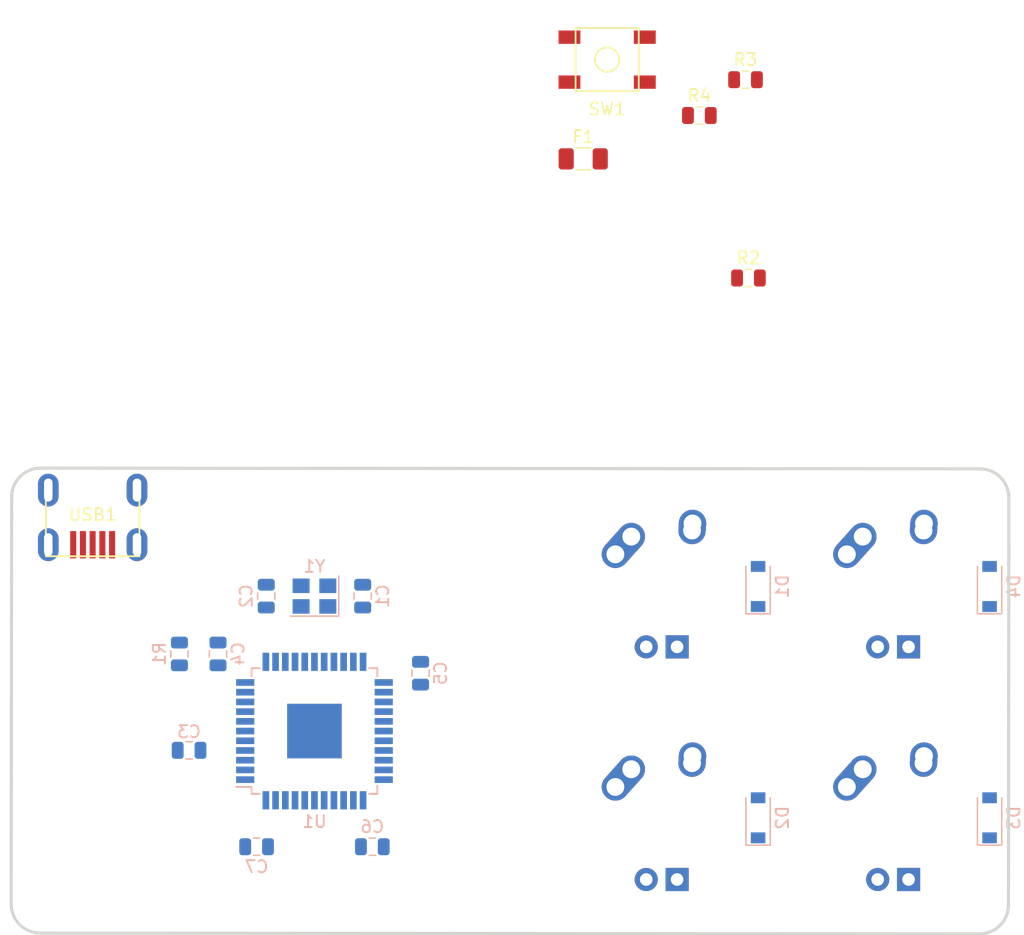
<source format=kicad_pcb>
(kicad_pcb (version 20171130) (host pcbnew "(5.1.4)-1")

  (general
    (thickness 1.6)
    (drawings 8)
    (tracks 0)
    (zones 0)
    (modules 24)
    (nets 49)
  )

  (page A4)
  (layers
    (0 F.Cu signal)
    (31 B.Cu signal)
    (32 B.Adhes user)
    (33 F.Adhes user)
    (34 B.Paste user)
    (35 F.Paste user)
    (36 B.SilkS user)
    (37 F.SilkS user)
    (38 B.Mask user)
    (39 F.Mask user)
    (40 Dwgs.User user)
    (41 Cmts.User user)
    (42 Eco1.User user)
    (43 Eco2.User user)
    (44 Edge.Cuts user)
    (45 Margin user)
    (46 B.CrtYd user)
    (47 F.CrtYd user)
    (48 B.Fab user)
    (49 F.Fab user)
  )

  (setup
    (last_trace_width 0.25)
    (trace_clearance 0.2)
    (zone_clearance 0.508)
    (zone_45_only no)
    (trace_min 0.2)
    (via_size 0.8)
    (via_drill 0.4)
    (via_min_size 0.4)
    (via_min_drill 0.3)
    (uvia_size 0.3)
    (uvia_drill 0.1)
    (uvias_allowed no)
    (uvia_min_size 0.2)
    (uvia_min_drill 0.1)
    (edge_width 0.05)
    (segment_width 0.2)
    (pcb_text_width 0.3)
    (pcb_text_size 1.5 1.5)
    (mod_edge_width 0.12)
    (mod_text_size 1 1)
    (mod_text_width 0.15)
    (pad_size 1.524 1.524)
    (pad_drill 0.762)
    (pad_to_mask_clearance 0.051)
    (solder_mask_min_width 0.25)
    (aux_axis_origin 0 0)
    (visible_elements FFFFFF7F)
    (pcbplotparams
      (layerselection 0x010fc_ffffffff)
      (usegerberextensions false)
      (usegerberattributes false)
      (usegerberadvancedattributes false)
      (creategerberjobfile false)
      (excludeedgelayer true)
      (linewidth 0.100000)
      (plotframeref false)
      (viasonmask false)
      (mode 1)
      (useauxorigin false)
      (hpglpennumber 1)
      (hpglpenspeed 20)
      (hpglpendiameter 15.000000)
      (psnegative false)
      (psa4output false)
      (plotreference true)
      (plotvalue true)
      (plotinvisibletext false)
      (padsonsilk false)
      (subtractmaskfromsilk false)
      (outputformat 1)
      (mirror false)
      (drillshape 1)
      (scaleselection 1)
      (outputdirectory ""))
  )

  (net 0 "")
  (net 1 GND)
  (net 2 +5V)
  (net 3 "Net-(C3-Pad1)")
  (net 4 "Net-(C4-Pad1)")
  (net 5 "Net-(C6-Pad1)")
  (net 6 "Net-(D1-Pad2)")
  (net 7 ROW0)
  (net 8 "Net-(D2-Pad2)")
  (net 9 ROW1)
  (net 10 "Net-(D3-Pad2)")
  (net 11 "Net-(D4-Pad2)")
  (net 12 VCC)
  (net 13 COL0)
  (net 14 COL1)
  (net 15 D-)
  (net 16 "Net-(R1-Pad1)")
  (net 17 D+)
  (net 18 "Net-(R2-Pad1)")
  (net 19 "Net-(R3-Pad2)")
  (net 20 "Net-(R4-Pad2)")
  (net 21 "Net-(U1-Pad42)")
  (net 22 "Net-(U1-Pad41)")
  (net 23 "Net-(U1-Pad40)")
  (net 24 "Net-(U1-Pad39)")
  (net 25 "Net-(U1-Pad38)")
  (net 26 "Net-(U1-Pad37)")
  (net 27 "Net-(U1-Pad36)")
  (net 28 "Net-(U1-Pad32)")
  (net 29 "Net-(U1-Pad31)")
  (net 30 "Net-(U1-Pad30)")
  (net 31 "Net-(U1-Pad29)")
  (net 32 "Net-(U1-Pad28)")
  (net 33 "Net-(U1-Pad27)")
  (net 34 "Net-(U1-Pad26)")
  (net 35 "Net-(U1-Pad25)")
  (net 36 "Net-(U1-Pad22)")
  (net 37 "Net-(U1-Pad21)")
  (net 38 "Net-(U1-Pad20)")
  (net 39 "Net-(U1-Pad19)")
  (net 40 "Net-(U1-Pad18)")
  (net 41 "Net-(U1-Pad12)")
  (net 42 "Net-(U1-Pad11)")
  (net 43 "Net-(U1-Pad10)")
  (net 44 "Net-(U1-Pad9)")
  (net 45 "Net-(U1-Pad8)")
  (net 46 "Net-(U1-Pad1)")
  (net 47 "Net-(USB1-Pad6)")
  (net 48 "Net-(USB1-Pad2)")

  (net_class Default "This is the default net class."
    (clearance 0.2)
    (trace_width 0.25)
    (via_dia 0.8)
    (via_drill 0.4)
    (uvia_dia 0.3)
    (uvia_drill 0.1)
    (add_net +5V)
    (add_net COL0)
    (add_net COL1)
    (add_net D+)
    (add_net D-)
    (add_net GND)
    (add_net "Net-(C3-Pad1)")
    (add_net "Net-(C4-Pad1)")
    (add_net "Net-(C6-Pad1)")
    (add_net "Net-(D1-Pad2)")
    (add_net "Net-(D2-Pad2)")
    (add_net "Net-(D3-Pad2)")
    (add_net "Net-(D4-Pad2)")
    (add_net "Net-(R1-Pad1)")
    (add_net "Net-(R2-Pad1)")
    (add_net "Net-(R3-Pad2)")
    (add_net "Net-(R4-Pad2)")
    (add_net "Net-(U1-Pad1)")
    (add_net "Net-(U1-Pad10)")
    (add_net "Net-(U1-Pad11)")
    (add_net "Net-(U1-Pad12)")
    (add_net "Net-(U1-Pad18)")
    (add_net "Net-(U1-Pad19)")
    (add_net "Net-(U1-Pad20)")
    (add_net "Net-(U1-Pad21)")
    (add_net "Net-(U1-Pad22)")
    (add_net "Net-(U1-Pad25)")
    (add_net "Net-(U1-Pad26)")
    (add_net "Net-(U1-Pad27)")
    (add_net "Net-(U1-Pad28)")
    (add_net "Net-(U1-Pad29)")
    (add_net "Net-(U1-Pad30)")
    (add_net "Net-(U1-Pad31)")
    (add_net "Net-(U1-Pad32)")
    (add_net "Net-(U1-Pad36)")
    (add_net "Net-(U1-Pad37)")
    (add_net "Net-(U1-Pad38)")
    (add_net "Net-(U1-Pad39)")
    (add_net "Net-(U1-Pad40)")
    (add_net "Net-(U1-Pad41)")
    (add_net "Net-(U1-Pad42)")
    (add_net "Net-(U1-Pad8)")
    (add_net "Net-(U1-Pad9)")
    (add_net "Net-(USB1-Pad2)")
    (add_net "Net-(USB1-Pad6)")
    (add_net ROW0)
    (add_net ROW1)
    (add_net VCC)
  )

  (module Crystal:Crystal_SMD_3225-4Pin_3.2x2.5mm (layer B.Cu) (tedit 5A0FD1B2) (tstamp 631460F4)
    (at 140.49375 145.25625 180)
    (descr "SMD Crystal SERIES SMD3225/4 http://www.txccrystal.com/images/pdf/7m-accuracy.pdf, 3.2x2.5mm^2 package")
    (tags "SMD SMT crystal")
    (path /631407F4)
    (attr smd)
    (fp_text reference Y1 (at 0 2.45) (layer B.SilkS)
      (effects (font (size 1 1) (thickness 0.15)) (justify mirror))
    )
    (fp_text value Crystal_GND24_Small (at 0 -2.45) (layer B.Fab)
      (effects (font (size 1 1) (thickness 0.15)) (justify mirror))
    )
    (fp_line (start 2.1 1.7) (end -2.1 1.7) (layer B.CrtYd) (width 0.05))
    (fp_line (start 2.1 -1.7) (end 2.1 1.7) (layer B.CrtYd) (width 0.05))
    (fp_line (start -2.1 -1.7) (end 2.1 -1.7) (layer B.CrtYd) (width 0.05))
    (fp_line (start -2.1 1.7) (end -2.1 -1.7) (layer B.CrtYd) (width 0.05))
    (fp_line (start -2 -1.65) (end 2 -1.65) (layer B.SilkS) (width 0.12))
    (fp_line (start -2 1.65) (end -2 -1.65) (layer B.SilkS) (width 0.12))
    (fp_line (start -1.6 -0.25) (end -0.6 -1.25) (layer B.Fab) (width 0.1))
    (fp_line (start 1.6 1.25) (end -1.6 1.25) (layer B.Fab) (width 0.1))
    (fp_line (start 1.6 -1.25) (end 1.6 1.25) (layer B.Fab) (width 0.1))
    (fp_line (start -1.6 -1.25) (end 1.6 -1.25) (layer B.Fab) (width 0.1))
    (fp_line (start -1.6 1.25) (end -1.6 -1.25) (layer B.Fab) (width 0.1))
    (fp_text user %R (at 0 0) (layer B.Fab)
      (effects (font (size 0.7 0.7) (thickness 0.105)) (justify mirror))
    )
    (pad 4 smd rect (at -1.1 0.85 180) (size 1.4 1.2) (layers B.Cu B.Paste B.Mask)
      (net 1 GND))
    (pad 3 smd rect (at 1.1 0.85 180) (size 1.4 1.2) (layers B.Cu B.Paste B.Mask)
      (net 4 "Net-(C4-Pad1)"))
    (pad 2 smd rect (at 1.1 -0.85 180) (size 1.4 1.2) (layers B.Cu B.Paste B.Mask)
      (net 1 GND))
    (pad 1 smd rect (at -1.1 -0.85 180) (size 1.4 1.2) (layers B.Cu B.Paste B.Mask)
      (net 3 "Net-(C3-Pad1)"))
    (model ${KISYS3DMOD}/Crystal.3dshapes/Crystal_SMD_3225-4Pin_3.2x2.5mm.wrl
      (at (xyz 0 0 0))
      (scale (xyz 1 1 1))
      (rotate (xyz 0 0 0))
    )
  )

  (module random-keyboard-parts:Molex-0548190589 (layer F.Cu) (tedit 5C494815) (tstamp 631460E0)
    (at 122.2375 136.525 270)
    (path /63153B7F)
    (attr smd)
    (fp_text reference USB1 (at 2.032 0) (layer F.SilkS)
      (effects (font (size 1 1) (thickness 0.15)))
    )
    (fp_text value Molex-0548190589 (at -5.08 0) (layer Dwgs.User)
      (effects (font (size 1 1) (thickness 0.15)))
    )
    (fp_text user %R (at 2 0) (layer F.CrtYd)
      (effects (font (size 1 1) (thickness 0.15)))
    )
    (fp_line (start 3.25 -1.25) (end 5.5 -1.25) (layer F.CrtYd) (width 0.15))
    (fp_line (start 5.5 -0.5) (end 3.25 -0.5) (layer F.CrtYd) (width 0.15))
    (fp_line (start 3.25 0.5) (end 5.5 0.5) (layer F.CrtYd) (width 0.15))
    (fp_line (start 5.5 1.25) (end 3.25 1.25) (layer F.CrtYd) (width 0.15))
    (fp_line (start 3.25 2) (end 5.5 2) (layer F.CrtYd) (width 0.15))
    (fp_line (start 3.25 -2) (end 3.25 2) (layer F.CrtYd) (width 0.15))
    (fp_line (start 5.5 -2) (end 3.25 -2) (layer F.CrtYd) (width 0.15))
    (fp_line (start -3.75 3.75) (end -3.75 -3.75) (layer F.CrtYd) (width 0.15))
    (fp_line (start 5.5 3.75) (end -3.75 3.75) (layer F.CrtYd) (width 0.15))
    (fp_line (start 5.5 -3.75) (end 5.5 3.75) (layer F.CrtYd) (width 0.15))
    (fp_line (start -3.75 -3.75) (end 5.5 -3.75) (layer F.CrtYd) (width 0.15))
    (fp_line (start 0 -3.85) (end 5.45 -3.85) (layer F.SilkS) (width 0.15))
    (fp_line (start 0 3.85) (end 5.45 3.85) (layer F.SilkS) (width 0.15))
    (fp_line (start 5.45 -3.85) (end 5.45 3.85) (layer F.SilkS) (width 0.15))
    (fp_line (start -3.75 -3.85) (end 0 -3.85) (layer Dwgs.User) (width 0.15))
    (fp_line (start -3.75 3.85) (end 0 3.85) (layer Dwgs.User) (width 0.15))
    (fp_line (start -1.75 -4.572) (end -1.75 4.572) (layer Dwgs.User) (width 0.15))
    (fp_line (start -3.75 -3.85) (end -3.75 3.85) (layer Dwgs.User) (width 0.15))
    (pad 6 thru_hole oval (at 0 -3.65 270) (size 2.7 1.7) (drill oval 1.9 0.7) (layers *.Cu *.Mask)
      (net 47 "Net-(USB1-Pad6)"))
    (pad 6 thru_hole oval (at 0 3.65 270) (size 2.7 1.7) (drill oval 1.9 0.7) (layers *.Cu *.Mask)
      (net 47 "Net-(USB1-Pad6)"))
    (pad 6 thru_hole oval (at 4.5 3.65 270) (size 2.7 1.7) (drill oval 1.9 0.7) (layers *.Cu *.Mask)
      (net 47 "Net-(USB1-Pad6)"))
    (pad 6 thru_hole oval (at 4.5 -3.65 270) (size 2.7 1.7) (drill oval 1.9 0.7) (layers *.Cu *.Mask)
      (net 47 "Net-(USB1-Pad6)"))
    (pad 5 smd rect (at 4.5 -1.6 270) (size 2.25 0.5) (layers F.Cu F.Paste F.Mask)
      (net 12 VCC))
    (pad 4 smd rect (at 4.5 -0.8 270) (size 2.25 0.5) (layers F.Cu F.Paste F.Mask)
      (net 15 D-))
    (pad 3 smd rect (at 4.5 0 270) (size 2.25 0.5) (layers F.Cu F.Paste F.Mask)
      (net 17 D+))
    (pad 2 smd rect (at 4.5 0.8 270) (size 2.25 0.5) (layers F.Cu F.Paste F.Mask)
      (net 48 "Net-(USB1-Pad2)"))
    (pad 1 smd rect (at 4.5 1.6 270) (size 2.25 0.5) (layers F.Cu F.Paste F.Mask)
      (net 1 GND))
  )

  (module Package_QFP:TQFP-44-1EP_10x10mm_P0.8mm_EP4.5x4.5mm (layer B.Cu) (tedit 5A65E73A) (tstamp 631460C0)
    (at 140.49375 156.36875)
    (descr "44-Lead Plastic Thin Quad Flatpack (MW) - 10x10x1.0 mm Body [TQFP] With 4.5x4.5 mm Exposed Pad (see Microchip Packaging Specification 00000049BS.pdf)")
    (tags "QFP 0.8")
    (path /6313D682)
    (attr smd)
    (fp_text reference U1 (at 0 7.45) (layer B.SilkS)
      (effects (font (size 1 1) (thickness 0.15)) (justify mirror))
    )
    (fp_text value ATmega32U4-AU (at 0 -7.45) (layer B.Fab)
      (effects (font (size 1 1) (thickness 0.15)) (justify mirror))
    )
    (fp_line (start -5.175 4.6) (end -6.45 4.6) (layer B.SilkS) (width 0.15))
    (fp_line (start 5.175 5.175) (end 4.5 5.175) (layer B.SilkS) (width 0.15))
    (fp_line (start 5.175 -5.175) (end 4.5 -5.175) (layer B.SilkS) (width 0.15))
    (fp_line (start -5.175 -5.175) (end -4.5 -5.175) (layer B.SilkS) (width 0.15))
    (fp_line (start -5.175 5.175) (end -4.5 5.175) (layer B.SilkS) (width 0.15))
    (fp_line (start -5.175 -5.175) (end -5.175 -4.5) (layer B.SilkS) (width 0.15))
    (fp_line (start 5.175 -5.175) (end 5.175 -4.5) (layer B.SilkS) (width 0.15))
    (fp_line (start 5.175 5.175) (end 5.175 4.5) (layer B.SilkS) (width 0.15))
    (fp_line (start -5.175 5.175) (end -5.175 4.6) (layer B.SilkS) (width 0.15))
    (fp_line (start -6.7 -6.7) (end 6.7 -6.7) (layer B.CrtYd) (width 0.05))
    (fp_line (start -6.7 6.7) (end 6.7 6.7) (layer B.CrtYd) (width 0.05))
    (fp_line (start 6.7 6.7) (end 6.7 -6.7) (layer B.CrtYd) (width 0.05))
    (fp_line (start -6.7 6.7) (end -6.7 -6.7) (layer B.CrtYd) (width 0.05))
    (fp_line (start -5 4) (end -4 5) (layer B.Fab) (width 0.15))
    (fp_line (start -5 -5) (end -5 4) (layer B.Fab) (width 0.15))
    (fp_line (start 5 -5) (end -5 -5) (layer B.Fab) (width 0.15))
    (fp_line (start 5 5) (end 5 -5) (layer B.Fab) (width 0.15))
    (fp_line (start -4 5) (end 5 5) (layer B.Fab) (width 0.15))
    (fp_text user %R (at 0 0) (layer B.Fab)
      (effects (font (size 1 1) (thickness 0.15)) (justify mirror))
    )
    (pad "" smd rect (at -1.5 -1.5) (size 1.16 1.16) (layers B.Paste))
    (pad "" smd rect (at 1.5 1.5) (size 1.16 1.16) (layers B.Paste))
    (pad "" smd rect (at -1.5 1.5) (size 1.16 1.16) (layers B.Paste))
    (pad "" smd rect (at 0 1.5) (size 1.16 1.16) (layers B.Paste))
    (pad "" smd rect (at -1.5 0) (size 1.16 1.16) (layers B.Paste))
    (pad "" smd rect (at 1.5 -1.5) (size 1.16 1.16) (layers B.Paste))
    (pad "" smd rect (at 0 -1.5) (size 1.16 1.16) (layers B.Paste))
    (pad "" smd rect (at 1.5 0) (size 1.16 1.16) (layers B.Paste))
    (pad "" smd rect (at 0 0) (size 1.16 1.16) (layers B.Paste))
    (pad 45 smd rect (at 0 0) (size 4.5 4.5) (layers B.Cu B.Mask))
    (pad 44 smd rect (at -4 5.7 270) (size 1.5 0.55) (layers B.Cu B.Paste B.Mask)
      (net 2 +5V))
    (pad 43 smd rect (at -3.2 5.7 270) (size 1.5 0.55) (layers B.Cu B.Paste B.Mask)
      (net 1 GND))
    (pad 42 smd rect (at -2.4 5.7 270) (size 1.5 0.55) (layers B.Cu B.Paste B.Mask)
      (net 21 "Net-(U1-Pad42)"))
    (pad 41 smd rect (at -1.6 5.7 270) (size 1.5 0.55) (layers B.Cu B.Paste B.Mask)
      (net 22 "Net-(U1-Pad41)"))
    (pad 40 smd rect (at -0.8 5.7 270) (size 1.5 0.55) (layers B.Cu B.Paste B.Mask)
      (net 23 "Net-(U1-Pad40)"))
    (pad 39 smd rect (at 0 5.7 270) (size 1.5 0.55) (layers B.Cu B.Paste B.Mask)
      (net 24 "Net-(U1-Pad39)"))
    (pad 38 smd rect (at 0.8 5.7 270) (size 1.5 0.55) (layers B.Cu B.Paste B.Mask)
      (net 25 "Net-(U1-Pad38)"))
    (pad 37 smd rect (at 1.6 5.7 270) (size 1.5 0.55) (layers B.Cu B.Paste B.Mask)
      (net 26 "Net-(U1-Pad37)"))
    (pad 36 smd rect (at 2.4 5.7 270) (size 1.5 0.55) (layers B.Cu B.Paste B.Mask)
      (net 27 "Net-(U1-Pad36)"))
    (pad 35 smd rect (at 3.2 5.7 270) (size 1.5 0.55) (layers B.Cu B.Paste B.Mask)
      (net 1 GND))
    (pad 34 smd rect (at 4 5.7 270) (size 1.5 0.55) (layers B.Cu B.Paste B.Mask)
      (net 2 +5V))
    (pad 33 smd rect (at 5.7 4) (size 1.5 0.55) (layers B.Cu B.Paste B.Mask)
      (net 20 "Net-(R4-Pad2)"))
    (pad 32 smd rect (at 5.7 3.2) (size 1.5 0.55) (layers B.Cu B.Paste B.Mask)
      (net 28 "Net-(U1-Pad32)"))
    (pad 31 smd rect (at 5.7 2.4) (size 1.5 0.55) (layers B.Cu B.Paste B.Mask)
      (net 29 "Net-(U1-Pad31)"))
    (pad 30 smd rect (at 5.7 1.6) (size 1.5 0.55) (layers B.Cu B.Paste B.Mask)
      (net 30 "Net-(U1-Pad30)"))
    (pad 29 smd rect (at 5.7 0.8) (size 1.5 0.55) (layers B.Cu B.Paste B.Mask)
      (net 31 "Net-(U1-Pad29)"))
    (pad 28 smd rect (at 5.7 0) (size 1.5 0.55) (layers B.Cu B.Paste B.Mask)
      (net 32 "Net-(U1-Pad28)"))
    (pad 27 smd rect (at 5.7 -0.8) (size 1.5 0.55) (layers B.Cu B.Paste B.Mask)
      (net 33 "Net-(U1-Pad27)"))
    (pad 26 smd rect (at 5.7 -1.6) (size 1.5 0.55) (layers B.Cu B.Paste B.Mask)
      (net 34 "Net-(U1-Pad26)"))
    (pad 25 smd rect (at 5.7 -2.4) (size 1.5 0.55) (layers B.Cu B.Paste B.Mask)
      (net 35 "Net-(U1-Pad25)"))
    (pad 24 smd rect (at 5.7 -3.2) (size 1.5 0.55) (layers B.Cu B.Paste B.Mask)
      (net 2 +5V))
    (pad 23 smd rect (at 5.7 -4) (size 1.5 0.55) (layers B.Cu B.Paste B.Mask)
      (net 1 GND))
    (pad 22 smd rect (at 4 -5.7 270) (size 1.5 0.55) (layers B.Cu B.Paste B.Mask)
      (net 36 "Net-(U1-Pad22)"))
    (pad 21 smd rect (at 3.2 -5.7 270) (size 1.5 0.55) (layers B.Cu B.Paste B.Mask)
      (net 37 "Net-(U1-Pad21)"))
    (pad 20 smd rect (at 2.4 -5.7 270) (size 1.5 0.55) (layers B.Cu B.Paste B.Mask)
      (net 38 "Net-(U1-Pad20)"))
    (pad 19 smd rect (at 1.6 -5.7 270) (size 1.5 0.55) (layers B.Cu B.Paste B.Mask)
      (net 39 "Net-(U1-Pad19)"))
    (pad 18 smd rect (at 0.8 -5.7 270) (size 1.5 0.55) (layers B.Cu B.Paste B.Mask)
      (net 40 "Net-(U1-Pad18)"))
    (pad 17 smd rect (at 0 -5.7 270) (size 1.5 0.55) (layers B.Cu B.Paste B.Mask)
      (net 3 "Net-(C3-Pad1)"))
    (pad 16 smd rect (at -0.8 -5.7 270) (size 1.5 0.55) (layers B.Cu B.Paste B.Mask)
      (net 4 "Net-(C4-Pad1)"))
    (pad 15 smd rect (at -1.6 -5.7 270) (size 1.5 0.55) (layers B.Cu B.Paste B.Mask)
      (net 1 GND))
    (pad 14 smd rect (at -2.4 -5.7 270) (size 1.5 0.55) (layers B.Cu B.Paste B.Mask)
      (net 2 +5V))
    (pad 13 smd rect (at -3.2 -5.7 270) (size 1.5 0.55) (layers B.Cu B.Paste B.Mask)
      (net 19 "Net-(R3-Pad2)"))
    (pad 12 smd rect (at -4 -5.7 270) (size 1.5 0.55) (layers B.Cu B.Paste B.Mask)
      (net 41 "Net-(U1-Pad12)"))
    (pad 11 smd rect (at -5.7 -4) (size 1.5 0.55) (layers B.Cu B.Paste B.Mask)
      (net 42 "Net-(U1-Pad11)"))
    (pad 10 smd rect (at -5.7 -3.2) (size 1.5 0.55) (layers B.Cu B.Paste B.Mask)
      (net 43 "Net-(U1-Pad10)"))
    (pad 9 smd rect (at -5.7 -2.4) (size 1.5 0.55) (layers B.Cu B.Paste B.Mask)
      (net 44 "Net-(U1-Pad9)"))
    (pad 8 smd rect (at -5.7 -1.6) (size 1.5 0.55) (layers B.Cu B.Paste B.Mask)
      (net 45 "Net-(U1-Pad8)"))
    (pad 7 smd rect (at -5.7 -0.8) (size 1.5 0.55) (layers B.Cu B.Paste B.Mask)
      (net 2 +5V))
    (pad 6 smd rect (at -5.7 0) (size 1.5 0.55) (layers B.Cu B.Paste B.Mask)
      (net 5 "Net-(C6-Pad1)"))
    (pad 5 smd rect (at -5.7 0.8) (size 1.5 0.55) (layers B.Cu B.Paste B.Mask)
      (net 1 GND))
    (pad 4 smd rect (at -5.7 1.6) (size 1.5 0.55) (layers B.Cu B.Paste B.Mask)
      (net 18 "Net-(R2-Pad1)"))
    (pad 3 smd rect (at -5.7 2.4) (size 1.5 0.55) (layers B.Cu B.Paste B.Mask)
      (net 16 "Net-(R1-Pad1)"))
    (pad 2 smd rect (at -5.7 3.2) (size 1.5 0.55) (layers B.Cu B.Paste B.Mask)
      (net 2 +5V))
    (pad 1 smd rect (at -5.7 4) (size 1.5 0.55) (layers B.Cu B.Paste B.Mask)
      (net 46 "Net-(U1-Pad1)"))
    (model ${KISYS3DMOD}/Package_QFP.3dshapes/TQFP-44-1EP_10x10mm_P0.8mm_EP4.5x4.5mm.wrl
      (at (xyz 0 0 0))
      (scale (xyz 1 1 1))
      (rotate (xyz 0 0 0))
    )
  )

  (module random-keyboard-parts:SKQG-1155865 (layer F.Cu) (tedit 5E62B398) (tstamp 63146073)
    (at 164.58125 101.08125)
    (path /6314972F)
    (attr smd)
    (fp_text reference SW1 (at 0 4.064) (layer F.SilkS)
      (effects (font (size 1 1) (thickness 0.15)))
    )
    (fp_text value SW_Push (at 0 -4.064) (layer F.Fab)
      (effects (font (size 1 1) (thickness 0.15)))
    )
    (fp_line (start -2.6 -2.6) (end 2.6 -2.6) (layer F.SilkS) (width 0.15))
    (fp_line (start 2.6 -2.6) (end 2.6 2.6) (layer F.SilkS) (width 0.15))
    (fp_line (start 2.6 2.6) (end -2.6 2.6) (layer F.SilkS) (width 0.15))
    (fp_line (start -2.6 2.6) (end -2.6 -2.6) (layer F.SilkS) (width 0.15))
    (fp_circle (center 0 0) (end 1 0) (layer F.SilkS) (width 0.15))
    (fp_line (start -4.2 -2.6) (end 4.2 -2.6) (layer F.Fab) (width 0.15))
    (fp_line (start 4.2 -2.6) (end 4.2 -1.2) (layer F.Fab) (width 0.15))
    (fp_line (start 4.2 -1.1) (end 2.6 -1.1) (layer F.Fab) (width 0.15))
    (fp_line (start 2.6 -1.1) (end 2.6 1.1) (layer F.Fab) (width 0.15))
    (fp_line (start 2.6 1.1) (end 4.2 1.1) (layer F.Fab) (width 0.15))
    (fp_line (start 4.2 1.1) (end 4.2 2.6) (layer F.Fab) (width 0.15))
    (fp_line (start 4.2 2.6) (end -4.2 2.6) (layer F.Fab) (width 0.15))
    (fp_line (start -4.2 2.6) (end -4.2 1.1) (layer F.Fab) (width 0.15))
    (fp_line (start -4.2 1.1) (end -2.6 1.1) (layer F.Fab) (width 0.15))
    (fp_line (start -2.6 1.1) (end -2.6 -1.1) (layer F.Fab) (width 0.15))
    (fp_line (start -2.6 -1.1) (end -4.2 -1.1) (layer F.Fab) (width 0.15))
    (fp_line (start -4.2 -1.1) (end -4.2 -2.6) (layer F.Fab) (width 0.15))
    (fp_circle (center 0 0) (end 1 0) (layer F.Fab) (width 0.15))
    (fp_line (start -2.6 -1.1) (end -1.1 -2.6) (layer F.Fab) (width 0.15))
    (fp_line (start 2.6 -1.1) (end 1.1 -2.6) (layer F.Fab) (width 0.15))
    (fp_line (start 2.6 1.1) (end 1.1 2.6) (layer F.Fab) (width 0.15))
    (fp_line (start -2.6 1.1) (end -1.1 2.6) (layer F.Fab) (width 0.15))
    (pad 4 smd rect (at -3.1 1.85) (size 1.8 1.1) (layers F.Cu F.Paste F.Mask))
    (pad 3 smd rect (at 3.1 -1.85) (size 1.8 1.1) (layers F.Cu F.Paste F.Mask))
    (pad 2 smd rect (at -3.1 -1.85) (size 1.8 1.1) (layers F.Cu F.Paste F.Mask)
      (net 19 "Net-(R3-Pad2)"))
    (pad 1 smd rect (at 3.1 1.85) (size 1.8 1.1) (layers F.Cu F.Paste F.Mask)
      (net 1 GND))
    (model ${KISYS3DMOD}/Button_Switch_SMD.3dshapes/SW_SPST_TL3342.step
      (at (xyz 0 0 0))
      (scale (xyz 1 1 1))
      (rotate (xyz 0 0 0))
    )
  )

  (module Resistor_SMD:R_0805_2012Metric (layer F.Cu) (tedit 5B36C52B) (tstamp 63146055)
    (at 172.17125 105.68125)
    (descr "Resistor SMD 0805 (2012 Metric), square (rectangular) end terminal, IPC_7351 nominal, (Body size source: https://docs.google.com/spreadsheets/d/1BsfQQcO9C6DZCsRaXUlFlo91Tg2WpOkGARC1WS5S8t0/edit?usp=sharing), generated with kicad-footprint-generator")
    (tags resistor)
    (path /63147400)
    (attr smd)
    (fp_text reference R4 (at 0 -1.65) (layer F.SilkS)
      (effects (font (size 1 1) (thickness 0.15)))
    )
    (fp_text value 10k (at 0 1.65) (layer F.Fab)
      (effects (font (size 1 1) (thickness 0.15)))
    )
    (fp_text user %R (at 0 0) (layer F.Fab)
      (effects (font (size 0.5 0.5) (thickness 0.08)))
    )
    (fp_line (start 1.68 0.95) (end -1.68 0.95) (layer F.CrtYd) (width 0.05))
    (fp_line (start 1.68 -0.95) (end 1.68 0.95) (layer F.CrtYd) (width 0.05))
    (fp_line (start -1.68 -0.95) (end 1.68 -0.95) (layer F.CrtYd) (width 0.05))
    (fp_line (start -1.68 0.95) (end -1.68 -0.95) (layer F.CrtYd) (width 0.05))
    (fp_line (start -0.258578 0.71) (end 0.258578 0.71) (layer F.SilkS) (width 0.12))
    (fp_line (start -0.258578 -0.71) (end 0.258578 -0.71) (layer F.SilkS) (width 0.12))
    (fp_line (start 1 0.6) (end -1 0.6) (layer F.Fab) (width 0.1))
    (fp_line (start 1 -0.6) (end 1 0.6) (layer F.Fab) (width 0.1))
    (fp_line (start -1 -0.6) (end 1 -0.6) (layer F.Fab) (width 0.1))
    (fp_line (start -1 0.6) (end -1 -0.6) (layer F.Fab) (width 0.1))
    (pad 2 smd roundrect (at 0.9375 0) (size 0.975 1.4) (layers F.Cu F.Paste F.Mask) (roundrect_rratio 0.25)
      (net 20 "Net-(R4-Pad2)"))
    (pad 1 smd roundrect (at -0.9375 0) (size 0.975 1.4) (layers F.Cu F.Paste F.Mask) (roundrect_rratio 0.25)
      (net 1 GND))
    (model ${KISYS3DMOD}/Resistor_SMD.3dshapes/R_0805_2012Metric.wrl
      (at (xyz 0 0 0))
      (scale (xyz 1 1 1))
      (rotate (xyz 0 0 0))
    )
  )

  (module Resistor_SMD:R_0805_2012Metric (layer F.Cu) (tedit 5B36C52B) (tstamp 63146044)
    (at 175.97125 102.73125)
    (descr "Resistor SMD 0805 (2012 Metric), square (rectangular) end terminal, IPC_7351 nominal, (Body size source: https://docs.google.com/spreadsheets/d/1BsfQQcO9C6DZCsRaXUlFlo91Tg2WpOkGARC1WS5S8t0/edit?usp=sharing), generated with kicad-footprint-generator")
    (tags resistor)
    (path /6314EC1D)
    (attr smd)
    (fp_text reference R3 (at 0 -1.65) (layer F.SilkS)
      (effects (font (size 1 1) (thickness 0.15)))
    )
    (fp_text value 10k (at 0 1.65) (layer F.Fab)
      (effects (font (size 1 1) (thickness 0.15)))
    )
    (fp_text user %R (at 0 0) (layer F.Fab)
      (effects (font (size 0.5 0.5) (thickness 0.08)))
    )
    (fp_line (start 1.68 0.95) (end -1.68 0.95) (layer F.CrtYd) (width 0.05))
    (fp_line (start 1.68 -0.95) (end 1.68 0.95) (layer F.CrtYd) (width 0.05))
    (fp_line (start -1.68 -0.95) (end 1.68 -0.95) (layer F.CrtYd) (width 0.05))
    (fp_line (start -1.68 0.95) (end -1.68 -0.95) (layer F.CrtYd) (width 0.05))
    (fp_line (start -0.258578 0.71) (end 0.258578 0.71) (layer F.SilkS) (width 0.12))
    (fp_line (start -0.258578 -0.71) (end 0.258578 -0.71) (layer F.SilkS) (width 0.12))
    (fp_line (start 1 0.6) (end -1 0.6) (layer F.Fab) (width 0.1))
    (fp_line (start 1 -0.6) (end 1 0.6) (layer F.Fab) (width 0.1))
    (fp_line (start -1 -0.6) (end 1 -0.6) (layer F.Fab) (width 0.1))
    (fp_line (start -1 0.6) (end -1 -0.6) (layer F.Fab) (width 0.1))
    (pad 2 smd roundrect (at 0.9375 0) (size 0.975 1.4) (layers F.Cu F.Paste F.Mask) (roundrect_rratio 0.25)
      (net 19 "Net-(R3-Pad2)"))
    (pad 1 smd roundrect (at -0.9375 0) (size 0.975 1.4) (layers F.Cu F.Paste F.Mask) (roundrect_rratio 0.25)
      (net 2 +5V))
    (model ${KISYS3DMOD}/Resistor_SMD.3dshapes/R_0805_2012Metric.wrl
      (at (xyz 0 0 0))
      (scale (xyz 1 1 1))
      (rotate (xyz 0 0 0))
    )
  )

  (module Resistor_SMD:R_0805_2012Metric (layer F.Cu) (tedit 5B36C52B) (tstamp 63146033)
    (at 176.2125 119.0625)
    (descr "Resistor SMD 0805 (2012 Metric), square (rectangular) end terminal, IPC_7351 nominal, (Body size source: https://docs.google.com/spreadsheets/d/1BsfQQcO9C6DZCsRaXUlFlo91Tg2WpOkGARC1WS5S8t0/edit?usp=sharing), generated with kicad-footprint-generator")
    (tags resistor)
    (path /6313E670)
    (attr smd)
    (fp_text reference R2 (at 0 -1.65) (layer F.SilkS)
      (effects (font (size 1 1) (thickness 0.15)))
    )
    (fp_text value 22 (at 0 1.65) (layer F.Fab)
      (effects (font (size 1 1) (thickness 0.15)))
    )
    (fp_text user %R (at 0 0) (layer F.Fab)
      (effects (font (size 0.5 0.5) (thickness 0.08)))
    )
    (fp_line (start 1.68 0.95) (end -1.68 0.95) (layer F.CrtYd) (width 0.05))
    (fp_line (start 1.68 -0.95) (end 1.68 0.95) (layer F.CrtYd) (width 0.05))
    (fp_line (start -1.68 -0.95) (end 1.68 -0.95) (layer F.CrtYd) (width 0.05))
    (fp_line (start -1.68 0.95) (end -1.68 -0.95) (layer F.CrtYd) (width 0.05))
    (fp_line (start -0.258578 0.71) (end 0.258578 0.71) (layer F.SilkS) (width 0.12))
    (fp_line (start -0.258578 -0.71) (end 0.258578 -0.71) (layer F.SilkS) (width 0.12))
    (fp_line (start 1 0.6) (end -1 0.6) (layer F.Fab) (width 0.1))
    (fp_line (start 1 -0.6) (end 1 0.6) (layer F.Fab) (width 0.1))
    (fp_line (start -1 -0.6) (end 1 -0.6) (layer F.Fab) (width 0.1))
    (fp_line (start -1 0.6) (end -1 -0.6) (layer F.Fab) (width 0.1))
    (pad 2 smd roundrect (at 0.9375 0) (size 0.975 1.4) (layers F.Cu F.Paste F.Mask) (roundrect_rratio 0.25)
      (net 17 D+))
    (pad 1 smd roundrect (at -0.9375 0) (size 0.975 1.4) (layers F.Cu F.Paste F.Mask) (roundrect_rratio 0.25)
      (net 18 "Net-(R2-Pad1)"))
    (model ${KISYS3DMOD}/Resistor_SMD.3dshapes/R_0805_2012Metric.wrl
      (at (xyz 0 0 0))
      (scale (xyz 1 1 1))
      (rotate (xyz 0 0 0))
    )
  )

  (module Resistor_SMD:R_0805_2012Metric (layer B.Cu) (tedit 5B36C52B) (tstamp 63146022)
    (at 129.38125 150.01875 270)
    (descr "Resistor SMD 0805 (2012 Metric), square (rectangular) end terminal, IPC_7351 nominal, (Body size source: https://docs.google.com/spreadsheets/d/1BsfQQcO9C6DZCsRaXUlFlo91Tg2WpOkGARC1WS5S8t0/edit?usp=sharing), generated with kicad-footprint-generator")
    (tags resistor)
    (path /6313F9E3)
    (attr smd)
    (fp_text reference R1 (at 0 1.65 270) (layer B.SilkS)
      (effects (font (size 1 1) (thickness 0.15)) (justify mirror))
    )
    (fp_text value 22 (at 0 -1.65 270) (layer B.Fab)
      (effects (font (size 1 1) (thickness 0.15)) (justify mirror))
    )
    (fp_text user %R (at 0 0 270) (layer B.Fab)
      (effects (font (size 0.5 0.5) (thickness 0.08)) (justify mirror))
    )
    (fp_line (start 1.68 -0.95) (end -1.68 -0.95) (layer B.CrtYd) (width 0.05))
    (fp_line (start 1.68 0.95) (end 1.68 -0.95) (layer B.CrtYd) (width 0.05))
    (fp_line (start -1.68 0.95) (end 1.68 0.95) (layer B.CrtYd) (width 0.05))
    (fp_line (start -1.68 -0.95) (end -1.68 0.95) (layer B.CrtYd) (width 0.05))
    (fp_line (start -0.258578 -0.71) (end 0.258578 -0.71) (layer B.SilkS) (width 0.12))
    (fp_line (start -0.258578 0.71) (end 0.258578 0.71) (layer B.SilkS) (width 0.12))
    (fp_line (start 1 -0.6) (end -1 -0.6) (layer B.Fab) (width 0.1))
    (fp_line (start 1 0.6) (end 1 -0.6) (layer B.Fab) (width 0.1))
    (fp_line (start -1 0.6) (end 1 0.6) (layer B.Fab) (width 0.1))
    (fp_line (start -1 -0.6) (end -1 0.6) (layer B.Fab) (width 0.1))
    (pad 2 smd roundrect (at 0.9375 0 270) (size 0.975 1.4) (layers B.Cu B.Paste B.Mask) (roundrect_rratio 0.25)
      (net 15 D-))
    (pad 1 smd roundrect (at -0.9375 0 270) (size 0.975 1.4) (layers B.Cu B.Paste B.Mask) (roundrect_rratio 0.25)
      (net 16 "Net-(R1-Pad1)"))
    (model ${KISYS3DMOD}/Resistor_SMD.3dshapes/R_0805_2012Metric.wrl
      (at (xyz 0 0 0))
      (scale (xyz 1 1 1))
      (rotate (xyz 0 0 0))
    )
  )

  (module MX_Alps_Hybrid:MX-1U (layer F.Cu) (tedit 5A9F3A9A) (tstamp 63146011)
    (at 188.11875 144.35625)
    (path /631650AD)
    (fp_text reference MX4 (at 0 3.175) (layer Dwgs.User)
      (effects (font (size 1 1) (thickness 0.15)))
    )
    (fp_text value MX-NoLED (at 0 -7.9375) (layer Dwgs.User)
      (effects (font (size 1 1) (thickness 0.15)))
    )
    (fp_line (start -9.525 9.525) (end -9.525 -9.525) (layer Dwgs.User) (width 0.15))
    (fp_line (start 9.525 9.525) (end -9.525 9.525) (layer Dwgs.User) (width 0.15))
    (fp_line (start 9.525 -9.525) (end 9.525 9.525) (layer Dwgs.User) (width 0.15))
    (fp_line (start -9.525 -9.525) (end 9.525 -9.525) (layer Dwgs.User) (width 0.15))
    (fp_line (start -7 -7) (end -7 -5) (layer Dwgs.User) (width 0.15))
    (fp_line (start -5 -7) (end -7 -7) (layer Dwgs.User) (width 0.15))
    (fp_line (start -7 7) (end -5 7) (layer Dwgs.User) (width 0.15))
    (fp_line (start -7 5) (end -7 7) (layer Dwgs.User) (width 0.15))
    (fp_line (start 7 7) (end 7 5) (layer Dwgs.User) (width 0.15))
    (fp_line (start 5 7) (end 7 7) (layer Dwgs.User) (width 0.15))
    (fp_line (start 7 -7) (end 7 -5) (layer Dwgs.User) (width 0.15))
    (fp_line (start 5 -7) (end 7 -7) (layer Dwgs.User) (width 0.15))
    (pad "" np_thru_hole circle (at 5.08 0 48.0996) (size 1.75 1.75) (drill 1.75) (layers *.Cu *.Mask))
    (pad "" np_thru_hole circle (at -5.08 0 48.0996) (size 1.75 1.75) (drill 1.75) (layers *.Cu *.Mask))
    (pad 4 thru_hole rect (at 1.27 5.08) (size 1.905 1.905) (drill 1.04) (layers *.Cu B.Mask))
    (pad 3 thru_hole circle (at -1.27 5.08) (size 1.905 1.905) (drill 1.04) (layers *.Cu B.Mask))
    (pad 1 thru_hole circle (at -2.5 -4) (size 2.25 2.25) (drill 1.47) (layers *.Cu B.Mask)
      (net 14 COL1))
    (pad "" np_thru_hole circle (at 0 0) (size 3.9878 3.9878) (drill 3.9878) (layers *.Cu *.Mask))
    (pad 1 thru_hole oval (at -3.81 -2.54 48.0996) (size 4.211556 2.25) (drill 1.47 (offset 0.980778 0)) (layers *.Cu B.Mask)
      (net 14 COL1))
    (pad 2 thru_hole circle (at 2.54 -5.08) (size 2.25 2.25) (drill 1.47) (layers *.Cu B.Mask)
      (net 11 "Net-(D4-Pad2)"))
    (pad 2 thru_hole oval (at 2.5 -4.5 86.0548) (size 2.831378 2.25) (drill 1.47 (offset 0.290689 0)) (layers *.Cu B.Mask)
      (net 11 "Net-(D4-Pad2)"))
  )

  (module MX_Alps_Hybrid:MX-1U (layer F.Cu) (tedit 5A9F3A9A) (tstamp 63145FF8)
    (at 188.11875 163.5125)
    (path /63161B04)
    (fp_text reference MX3 (at 0 3.175) (layer Dwgs.User)
      (effects (font (size 1 1) (thickness 0.15)))
    )
    (fp_text value MX-NoLED (at 0 -7.9375) (layer Dwgs.User)
      (effects (font (size 1 1) (thickness 0.15)))
    )
    (fp_line (start -9.525 9.525) (end -9.525 -9.525) (layer Dwgs.User) (width 0.15))
    (fp_line (start 9.525 9.525) (end -9.525 9.525) (layer Dwgs.User) (width 0.15))
    (fp_line (start 9.525 -9.525) (end 9.525 9.525) (layer Dwgs.User) (width 0.15))
    (fp_line (start -9.525 -9.525) (end 9.525 -9.525) (layer Dwgs.User) (width 0.15))
    (fp_line (start -7 -7) (end -7 -5) (layer Dwgs.User) (width 0.15))
    (fp_line (start -5 -7) (end -7 -7) (layer Dwgs.User) (width 0.15))
    (fp_line (start -7 7) (end -5 7) (layer Dwgs.User) (width 0.15))
    (fp_line (start -7 5) (end -7 7) (layer Dwgs.User) (width 0.15))
    (fp_line (start 7 7) (end 7 5) (layer Dwgs.User) (width 0.15))
    (fp_line (start 5 7) (end 7 7) (layer Dwgs.User) (width 0.15))
    (fp_line (start 7 -7) (end 7 -5) (layer Dwgs.User) (width 0.15))
    (fp_line (start 5 -7) (end 7 -7) (layer Dwgs.User) (width 0.15))
    (pad "" np_thru_hole circle (at 5.08 0 48.0996) (size 1.75 1.75) (drill 1.75) (layers *.Cu *.Mask))
    (pad "" np_thru_hole circle (at -5.08 0 48.0996) (size 1.75 1.75) (drill 1.75) (layers *.Cu *.Mask))
    (pad 4 thru_hole rect (at 1.27 5.08) (size 1.905 1.905) (drill 1.04) (layers *.Cu B.Mask))
    (pad 3 thru_hole circle (at -1.27 5.08) (size 1.905 1.905) (drill 1.04) (layers *.Cu B.Mask))
    (pad 1 thru_hole circle (at -2.5 -4) (size 2.25 2.25) (drill 1.47) (layers *.Cu B.Mask)
      (net 14 COL1))
    (pad "" np_thru_hole circle (at 0 0) (size 3.9878 3.9878) (drill 3.9878) (layers *.Cu *.Mask))
    (pad 1 thru_hole oval (at -3.81 -2.54 48.0996) (size 4.211556 2.25) (drill 1.47 (offset 0.980778 0)) (layers *.Cu B.Mask)
      (net 14 COL1))
    (pad 2 thru_hole circle (at 2.54 -5.08) (size 2.25 2.25) (drill 1.47) (layers *.Cu B.Mask)
      (net 10 "Net-(D3-Pad2)"))
    (pad 2 thru_hole oval (at 2.5 -4.5 86.0548) (size 2.831378 2.25) (drill 1.47 (offset 0.290689 0)) (layers *.Cu B.Mask)
      (net 10 "Net-(D3-Pad2)"))
  )

  (module MX_Alps_Hybrid:MX-1U (layer F.Cu) (tedit 5A9F3A9A) (tstamp 63145FDF)
    (at 169.06875 163.5125)
    (path /631647B0)
    (fp_text reference MX2 (at 0 3.175) (layer Dwgs.User)
      (effects (font (size 1 1) (thickness 0.15)))
    )
    (fp_text value MX-NoLED (at 0 -7.9375) (layer Dwgs.User)
      (effects (font (size 1 1) (thickness 0.15)))
    )
    (fp_line (start -9.525 9.525) (end -9.525 -9.525) (layer Dwgs.User) (width 0.15))
    (fp_line (start 9.525 9.525) (end -9.525 9.525) (layer Dwgs.User) (width 0.15))
    (fp_line (start 9.525 -9.525) (end 9.525 9.525) (layer Dwgs.User) (width 0.15))
    (fp_line (start -9.525 -9.525) (end 9.525 -9.525) (layer Dwgs.User) (width 0.15))
    (fp_line (start -7 -7) (end -7 -5) (layer Dwgs.User) (width 0.15))
    (fp_line (start -5 -7) (end -7 -7) (layer Dwgs.User) (width 0.15))
    (fp_line (start -7 7) (end -5 7) (layer Dwgs.User) (width 0.15))
    (fp_line (start -7 5) (end -7 7) (layer Dwgs.User) (width 0.15))
    (fp_line (start 7 7) (end 7 5) (layer Dwgs.User) (width 0.15))
    (fp_line (start 5 7) (end 7 7) (layer Dwgs.User) (width 0.15))
    (fp_line (start 7 -7) (end 7 -5) (layer Dwgs.User) (width 0.15))
    (fp_line (start 5 -7) (end 7 -7) (layer Dwgs.User) (width 0.15))
    (pad "" np_thru_hole circle (at 5.08 0 48.0996) (size 1.75 1.75) (drill 1.75) (layers *.Cu *.Mask))
    (pad "" np_thru_hole circle (at -5.08 0 48.0996) (size 1.75 1.75) (drill 1.75) (layers *.Cu *.Mask))
    (pad 4 thru_hole rect (at 1.27 5.08) (size 1.905 1.905) (drill 1.04) (layers *.Cu B.Mask))
    (pad 3 thru_hole circle (at -1.27 5.08) (size 1.905 1.905) (drill 1.04) (layers *.Cu B.Mask))
    (pad 1 thru_hole circle (at -2.5 -4) (size 2.25 2.25) (drill 1.47) (layers *.Cu B.Mask)
      (net 13 COL0))
    (pad "" np_thru_hole circle (at 0 0) (size 3.9878 3.9878) (drill 3.9878) (layers *.Cu *.Mask))
    (pad 1 thru_hole oval (at -3.81 -2.54 48.0996) (size 4.211556 2.25) (drill 1.47 (offset 0.980778 0)) (layers *.Cu B.Mask)
      (net 13 COL0))
    (pad 2 thru_hole circle (at 2.54 -5.08) (size 2.25 2.25) (drill 1.47) (layers *.Cu B.Mask)
      (net 8 "Net-(D2-Pad2)"))
    (pad 2 thru_hole oval (at 2.5 -4.5 86.0548) (size 2.831378 2.25) (drill 1.47 (offset 0.290689 0)) (layers *.Cu B.Mask)
      (net 8 "Net-(D2-Pad2)"))
  )

  (module MX_Alps_Hybrid:MX-1U (layer F.Cu) (tedit 5A9F3A9A) (tstamp 63145FC6)
    (at 169.06875 144.35625)
    (path /6315D47E)
    (fp_text reference MX1 (at 0 3.175) (layer Dwgs.User)
      (effects (font (size 1 1) (thickness 0.15)))
    )
    (fp_text value MX-NoLED (at 0 -7.9375) (layer Dwgs.User)
      (effects (font (size 1 1) (thickness 0.15)))
    )
    (fp_line (start -9.525 9.525) (end -9.525 -9.525) (layer Dwgs.User) (width 0.15))
    (fp_line (start 9.525 9.525) (end -9.525 9.525) (layer Dwgs.User) (width 0.15))
    (fp_line (start 9.525 -9.525) (end 9.525 9.525) (layer Dwgs.User) (width 0.15))
    (fp_line (start -9.525 -9.525) (end 9.525 -9.525) (layer Dwgs.User) (width 0.15))
    (fp_line (start -7 -7) (end -7 -5) (layer Dwgs.User) (width 0.15))
    (fp_line (start -5 -7) (end -7 -7) (layer Dwgs.User) (width 0.15))
    (fp_line (start -7 7) (end -5 7) (layer Dwgs.User) (width 0.15))
    (fp_line (start -7 5) (end -7 7) (layer Dwgs.User) (width 0.15))
    (fp_line (start 7 7) (end 7 5) (layer Dwgs.User) (width 0.15))
    (fp_line (start 5 7) (end 7 7) (layer Dwgs.User) (width 0.15))
    (fp_line (start 7 -7) (end 7 -5) (layer Dwgs.User) (width 0.15))
    (fp_line (start 5 -7) (end 7 -7) (layer Dwgs.User) (width 0.15))
    (pad "" np_thru_hole circle (at 5.08 0 48.0996) (size 1.75 1.75) (drill 1.75) (layers *.Cu *.Mask))
    (pad "" np_thru_hole circle (at -5.08 0 48.0996) (size 1.75 1.75) (drill 1.75) (layers *.Cu *.Mask))
    (pad 4 thru_hole rect (at 1.27 5.08) (size 1.905 1.905) (drill 1.04) (layers *.Cu B.Mask))
    (pad 3 thru_hole circle (at -1.27 5.08) (size 1.905 1.905) (drill 1.04) (layers *.Cu B.Mask))
    (pad 1 thru_hole circle (at -2.5 -4) (size 2.25 2.25) (drill 1.47) (layers *.Cu B.Mask)
      (net 13 COL0))
    (pad "" np_thru_hole circle (at 0 0) (size 3.9878 3.9878) (drill 3.9878) (layers *.Cu *.Mask))
    (pad 1 thru_hole oval (at -3.81 -2.54 48.0996) (size 4.211556 2.25) (drill 1.47 (offset 0.980778 0)) (layers *.Cu B.Mask)
      (net 13 COL0))
    (pad 2 thru_hole circle (at 2.54 -5.08) (size 2.25 2.25) (drill 1.47) (layers *.Cu B.Mask)
      (net 6 "Net-(D1-Pad2)"))
    (pad 2 thru_hole oval (at 2.5 -4.5 86.0548) (size 2.831378 2.25) (drill 1.47 (offset 0.290689 0)) (layers *.Cu B.Mask)
      (net 6 "Net-(D1-Pad2)"))
  )

  (module Fuse:Fuse_1206_3216Metric (layer F.Cu) (tedit 5B301BBE) (tstamp 63145FAD)
    (at 162.61125 109.25125)
    (descr "Fuse SMD 1206 (3216 Metric), square (rectangular) end terminal, IPC_7351 nominal, (Body size source: http://www.tortai-tech.com/upload/download/2011102023233369053.pdf), generated with kicad-footprint-generator")
    (tags resistor)
    (path /63154D1D)
    (attr smd)
    (fp_text reference F1 (at 0 -1.82) (layer F.SilkS)
      (effects (font (size 1 1) (thickness 0.15)))
    )
    (fp_text value 500mA (at 0 1.82) (layer F.Fab)
      (effects (font (size 1 1) (thickness 0.15)))
    )
    (fp_text user %R (at 0 0) (layer F.Fab)
      (effects (font (size 0.8 0.8) (thickness 0.12)))
    )
    (fp_line (start 2.28 1.12) (end -2.28 1.12) (layer F.CrtYd) (width 0.05))
    (fp_line (start 2.28 -1.12) (end 2.28 1.12) (layer F.CrtYd) (width 0.05))
    (fp_line (start -2.28 -1.12) (end 2.28 -1.12) (layer F.CrtYd) (width 0.05))
    (fp_line (start -2.28 1.12) (end -2.28 -1.12) (layer F.CrtYd) (width 0.05))
    (fp_line (start -0.602064 0.91) (end 0.602064 0.91) (layer F.SilkS) (width 0.12))
    (fp_line (start -0.602064 -0.91) (end 0.602064 -0.91) (layer F.SilkS) (width 0.12))
    (fp_line (start 1.6 0.8) (end -1.6 0.8) (layer F.Fab) (width 0.1))
    (fp_line (start 1.6 -0.8) (end 1.6 0.8) (layer F.Fab) (width 0.1))
    (fp_line (start -1.6 -0.8) (end 1.6 -0.8) (layer F.Fab) (width 0.1))
    (fp_line (start -1.6 0.8) (end -1.6 -0.8) (layer F.Fab) (width 0.1))
    (pad 2 smd roundrect (at 1.4 0) (size 1.25 1.75) (layers F.Cu F.Paste F.Mask) (roundrect_rratio 0.2)
      (net 12 VCC))
    (pad 1 smd roundrect (at -1.4 0) (size 1.25 1.75) (layers F.Cu F.Paste F.Mask) (roundrect_rratio 0.2)
      (net 2 +5V))
    (model ${KISYS3DMOD}/Fuse.3dshapes/Fuse_1206_3216Metric.wrl
      (at (xyz 0 0 0))
      (scale (xyz 1 1 1))
      (rotate (xyz 0 0 0))
    )
  )

  (module Diode_SMD:D_SOD-123 (layer B.Cu) (tedit 58645DC7) (tstamp 63145F9C)
    (at 196.05625 144.4625 90)
    (descr SOD-123)
    (tags SOD-123)
    (path /6316664D)
    (attr smd)
    (fp_text reference D4 (at 0 2 -90) (layer B.SilkS)
      (effects (font (size 1 1) (thickness 0.15)) (justify mirror))
    )
    (fp_text value D_Small (at 0 -2.1 -90) (layer B.Fab)
      (effects (font (size 1 1) (thickness 0.15)) (justify mirror))
    )
    (fp_line (start -2.25 1) (end 1.65 1) (layer B.SilkS) (width 0.12))
    (fp_line (start -2.25 -1) (end 1.65 -1) (layer B.SilkS) (width 0.12))
    (fp_line (start -2.35 1.15) (end -2.35 -1.15) (layer B.CrtYd) (width 0.05))
    (fp_line (start 2.35 -1.15) (end -2.35 -1.15) (layer B.CrtYd) (width 0.05))
    (fp_line (start 2.35 1.15) (end 2.35 -1.15) (layer B.CrtYd) (width 0.05))
    (fp_line (start -2.35 1.15) (end 2.35 1.15) (layer B.CrtYd) (width 0.05))
    (fp_line (start -1.4 0.9) (end 1.4 0.9) (layer B.Fab) (width 0.1))
    (fp_line (start 1.4 0.9) (end 1.4 -0.9) (layer B.Fab) (width 0.1))
    (fp_line (start 1.4 -0.9) (end -1.4 -0.9) (layer B.Fab) (width 0.1))
    (fp_line (start -1.4 -0.9) (end -1.4 0.9) (layer B.Fab) (width 0.1))
    (fp_line (start -0.75 0) (end -0.35 0) (layer B.Fab) (width 0.1))
    (fp_line (start -0.35 0) (end -0.35 0.55) (layer B.Fab) (width 0.1))
    (fp_line (start -0.35 0) (end -0.35 -0.55) (layer B.Fab) (width 0.1))
    (fp_line (start -0.35 0) (end 0.25 0.4) (layer B.Fab) (width 0.1))
    (fp_line (start 0.25 0.4) (end 0.25 -0.4) (layer B.Fab) (width 0.1))
    (fp_line (start 0.25 -0.4) (end -0.35 0) (layer B.Fab) (width 0.1))
    (fp_line (start 0.25 0) (end 0.75 0) (layer B.Fab) (width 0.1))
    (fp_line (start -2.25 1) (end -2.25 -1) (layer B.SilkS) (width 0.12))
    (fp_text user %R (at 0 2 -90) (layer B.Fab)
      (effects (font (size 1 1) (thickness 0.15)) (justify mirror))
    )
    (pad 2 smd rect (at 1.65 0 90) (size 0.9 1.2) (layers B.Cu B.Paste B.Mask)
      (net 11 "Net-(D4-Pad2)"))
    (pad 1 smd rect (at -1.65 0 90) (size 0.9 1.2) (layers B.Cu B.Paste B.Mask)
      (net 9 ROW1))
    (model ${KISYS3DMOD}/Diode_SMD.3dshapes/D_SOD-123.wrl
      (at (xyz 0 0 0))
      (scale (xyz 1 1 1))
      (rotate (xyz 0 0 0))
    )
  )

  (module Diode_SMD:D_SOD-123 (layer B.Cu) (tedit 58645DC7) (tstamp 63145F83)
    (at 196.05625 163.5125 90)
    (descr SOD-123)
    (tags SOD-123)
    (path /63163246)
    (attr smd)
    (fp_text reference D3 (at 0 2 -90) (layer B.SilkS)
      (effects (font (size 1 1) (thickness 0.15)) (justify mirror))
    )
    (fp_text value D_Small (at 0 -2.1 -90) (layer B.Fab)
      (effects (font (size 1 1) (thickness 0.15)) (justify mirror))
    )
    (fp_line (start -2.25 1) (end 1.65 1) (layer B.SilkS) (width 0.12))
    (fp_line (start -2.25 -1) (end 1.65 -1) (layer B.SilkS) (width 0.12))
    (fp_line (start -2.35 1.15) (end -2.35 -1.15) (layer B.CrtYd) (width 0.05))
    (fp_line (start 2.35 -1.15) (end -2.35 -1.15) (layer B.CrtYd) (width 0.05))
    (fp_line (start 2.35 1.15) (end 2.35 -1.15) (layer B.CrtYd) (width 0.05))
    (fp_line (start -2.35 1.15) (end 2.35 1.15) (layer B.CrtYd) (width 0.05))
    (fp_line (start -1.4 0.9) (end 1.4 0.9) (layer B.Fab) (width 0.1))
    (fp_line (start 1.4 0.9) (end 1.4 -0.9) (layer B.Fab) (width 0.1))
    (fp_line (start 1.4 -0.9) (end -1.4 -0.9) (layer B.Fab) (width 0.1))
    (fp_line (start -1.4 -0.9) (end -1.4 0.9) (layer B.Fab) (width 0.1))
    (fp_line (start -0.75 0) (end -0.35 0) (layer B.Fab) (width 0.1))
    (fp_line (start -0.35 0) (end -0.35 0.55) (layer B.Fab) (width 0.1))
    (fp_line (start -0.35 0) (end -0.35 -0.55) (layer B.Fab) (width 0.1))
    (fp_line (start -0.35 0) (end 0.25 0.4) (layer B.Fab) (width 0.1))
    (fp_line (start 0.25 0.4) (end 0.25 -0.4) (layer B.Fab) (width 0.1))
    (fp_line (start 0.25 -0.4) (end -0.35 0) (layer B.Fab) (width 0.1))
    (fp_line (start 0.25 0) (end 0.75 0) (layer B.Fab) (width 0.1))
    (fp_line (start -2.25 1) (end -2.25 -1) (layer B.SilkS) (width 0.12))
    (fp_text user %R (at 0 2 -90) (layer B.Fab)
      (effects (font (size 1 1) (thickness 0.15)) (justify mirror))
    )
    (pad 2 smd rect (at 1.65 0 90) (size 0.9 1.2) (layers B.Cu B.Paste B.Mask)
      (net 10 "Net-(D3-Pad2)"))
    (pad 1 smd rect (at -1.65 0 90) (size 0.9 1.2) (layers B.Cu B.Paste B.Mask)
      (net 7 ROW0))
    (model ${KISYS3DMOD}/Diode_SMD.3dshapes/D_SOD-123.wrl
      (at (xyz 0 0 0))
      (scale (xyz 1 1 1))
      (rotate (xyz 0 0 0))
    )
  )

  (module Diode_SMD:D_SOD-123 (layer B.Cu) (tedit 58645DC7) (tstamp 63145F6A)
    (at 177.00625 163.5125 90)
    (descr SOD-123)
    (tags SOD-123)
    (path /63165E9A)
    (attr smd)
    (fp_text reference D2 (at 0 2 270) (layer B.SilkS)
      (effects (font (size 1 1) (thickness 0.15)) (justify mirror))
    )
    (fp_text value D_Small (at 0 -2.1 270) (layer B.Fab)
      (effects (font (size 1 1) (thickness 0.15)) (justify mirror))
    )
    (fp_line (start -2.25 1) (end 1.65 1) (layer B.SilkS) (width 0.12))
    (fp_line (start -2.25 -1) (end 1.65 -1) (layer B.SilkS) (width 0.12))
    (fp_line (start -2.35 1.15) (end -2.35 -1.15) (layer B.CrtYd) (width 0.05))
    (fp_line (start 2.35 -1.15) (end -2.35 -1.15) (layer B.CrtYd) (width 0.05))
    (fp_line (start 2.35 1.15) (end 2.35 -1.15) (layer B.CrtYd) (width 0.05))
    (fp_line (start -2.35 1.15) (end 2.35 1.15) (layer B.CrtYd) (width 0.05))
    (fp_line (start -1.4 0.9) (end 1.4 0.9) (layer B.Fab) (width 0.1))
    (fp_line (start 1.4 0.9) (end 1.4 -0.9) (layer B.Fab) (width 0.1))
    (fp_line (start 1.4 -0.9) (end -1.4 -0.9) (layer B.Fab) (width 0.1))
    (fp_line (start -1.4 -0.9) (end -1.4 0.9) (layer B.Fab) (width 0.1))
    (fp_line (start -0.75 0) (end -0.35 0) (layer B.Fab) (width 0.1))
    (fp_line (start -0.35 0) (end -0.35 0.55) (layer B.Fab) (width 0.1))
    (fp_line (start -0.35 0) (end -0.35 -0.55) (layer B.Fab) (width 0.1))
    (fp_line (start -0.35 0) (end 0.25 0.4) (layer B.Fab) (width 0.1))
    (fp_line (start 0.25 0.4) (end 0.25 -0.4) (layer B.Fab) (width 0.1))
    (fp_line (start 0.25 -0.4) (end -0.35 0) (layer B.Fab) (width 0.1))
    (fp_line (start 0.25 0) (end 0.75 0) (layer B.Fab) (width 0.1))
    (fp_line (start -2.25 1) (end -2.25 -1) (layer B.SilkS) (width 0.12))
    (fp_text user %R (at 0 2 270) (layer B.Fab)
      (effects (font (size 1 1) (thickness 0.15)) (justify mirror))
    )
    (pad 2 smd rect (at 1.65 0 90) (size 0.9 1.2) (layers B.Cu B.Paste B.Mask)
      (net 8 "Net-(D2-Pad2)"))
    (pad 1 smd rect (at -1.65 0 90) (size 0.9 1.2) (layers B.Cu B.Paste B.Mask)
      (net 9 ROW1))
    (model ${KISYS3DMOD}/Diode_SMD.3dshapes/D_SOD-123.wrl
      (at (xyz 0 0 0))
      (scale (xyz 1 1 1))
      (rotate (xyz 0 0 0))
    )
  )

  (module Diode_SMD:D_SOD-123 (layer B.Cu) (tedit 58645DC7) (tstamp 63145F51)
    (at 177.00625 144.4625 90)
    (descr SOD-123)
    (tags SOD-123)
    (path /6315ECF9)
    (attr smd)
    (fp_text reference D1 (at 0 2 -90) (layer B.SilkS)
      (effects (font (size 1 1) (thickness 0.15)) (justify mirror))
    )
    (fp_text value D_Small (at 0 -2.1 -90) (layer B.Fab)
      (effects (font (size 1 1) (thickness 0.15)) (justify mirror))
    )
    (fp_line (start -2.25 1) (end 1.65 1) (layer B.SilkS) (width 0.12))
    (fp_line (start -2.25 -1) (end 1.65 -1) (layer B.SilkS) (width 0.12))
    (fp_line (start -2.35 1.15) (end -2.35 -1.15) (layer B.CrtYd) (width 0.05))
    (fp_line (start 2.35 -1.15) (end -2.35 -1.15) (layer B.CrtYd) (width 0.05))
    (fp_line (start 2.35 1.15) (end 2.35 -1.15) (layer B.CrtYd) (width 0.05))
    (fp_line (start -2.35 1.15) (end 2.35 1.15) (layer B.CrtYd) (width 0.05))
    (fp_line (start -1.4 0.9) (end 1.4 0.9) (layer B.Fab) (width 0.1))
    (fp_line (start 1.4 0.9) (end 1.4 -0.9) (layer B.Fab) (width 0.1))
    (fp_line (start 1.4 -0.9) (end -1.4 -0.9) (layer B.Fab) (width 0.1))
    (fp_line (start -1.4 -0.9) (end -1.4 0.9) (layer B.Fab) (width 0.1))
    (fp_line (start -0.75 0) (end -0.35 0) (layer B.Fab) (width 0.1))
    (fp_line (start -0.35 0) (end -0.35 0.55) (layer B.Fab) (width 0.1))
    (fp_line (start -0.35 0) (end -0.35 -0.55) (layer B.Fab) (width 0.1))
    (fp_line (start -0.35 0) (end 0.25 0.4) (layer B.Fab) (width 0.1))
    (fp_line (start 0.25 0.4) (end 0.25 -0.4) (layer B.Fab) (width 0.1))
    (fp_line (start 0.25 -0.4) (end -0.35 0) (layer B.Fab) (width 0.1))
    (fp_line (start 0.25 0) (end 0.75 0) (layer B.Fab) (width 0.1))
    (fp_line (start -2.25 1) (end -2.25 -1) (layer B.SilkS) (width 0.12))
    (fp_text user %R (at 0 2 -90) (layer B.Fab)
      (effects (font (size 1 1) (thickness 0.15)) (justify mirror))
    )
    (pad 2 smd rect (at 1.65 0 90) (size 0.9 1.2) (layers B.Cu B.Paste B.Mask)
      (net 6 "Net-(D1-Pad2)"))
    (pad 1 smd rect (at -1.65 0 90) (size 0.9 1.2) (layers B.Cu B.Paste B.Mask)
      (net 7 ROW0))
    (model ${KISYS3DMOD}/Diode_SMD.3dshapes/D_SOD-123.wrl
      (at (xyz 0 0 0))
      (scale (xyz 1 1 1))
      (rotate (xyz 0 0 0))
    )
  )

  (module Capacitor_SMD:C_0805_2012Metric (layer B.Cu) (tedit 5B36C52B) (tstamp 63145F38)
    (at 135.73125 165.89375)
    (descr "Capacitor SMD 0805 (2012 Metric), square (rectangular) end terminal, IPC_7351 nominal, (Body size source: https://docs.google.com/spreadsheets/d/1BsfQQcO9C6DZCsRaXUlFlo91Tg2WpOkGARC1WS5S8t0/edit?usp=sharing), generated with kicad-footprint-generator")
    (tags capacitor)
    (path /6314048E)
    (attr smd)
    (fp_text reference C7 (at 0 1.65) (layer B.SilkS)
      (effects (font (size 1 1) (thickness 0.15)) (justify mirror))
    )
    (fp_text value 1uF (at 0 -1.65) (layer B.Fab)
      (effects (font (size 1 1) (thickness 0.15)) (justify mirror))
    )
    (fp_text user %R (at 0 0) (layer B.Fab)
      (effects (font (size 0.5 0.5) (thickness 0.08)) (justify mirror))
    )
    (fp_line (start 1.68 -0.95) (end -1.68 -0.95) (layer B.CrtYd) (width 0.05))
    (fp_line (start 1.68 0.95) (end 1.68 -0.95) (layer B.CrtYd) (width 0.05))
    (fp_line (start -1.68 0.95) (end 1.68 0.95) (layer B.CrtYd) (width 0.05))
    (fp_line (start -1.68 -0.95) (end -1.68 0.95) (layer B.CrtYd) (width 0.05))
    (fp_line (start -0.258578 -0.71) (end 0.258578 -0.71) (layer B.SilkS) (width 0.12))
    (fp_line (start -0.258578 0.71) (end 0.258578 0.71) (layer B.SilkS) (width 0.12))
    (fp_line (start 1 -0.6) (end -1 -0.6) (layer B.Fab) (width 0.1))
    (fp_line (start 1 0.6) (end 1 -0.6) (layer B.Fab) (width 0.1))
    (fp_line (start -1 0.6) (end 1 0.6) (layer B.Fab) (width 0.1))
    (fp_line (start -1 -0.6) (end -1 0.6) (layer B.Fab) (width 0.1))
    (pad 2 smd roundrect (at 0.9375 0) (size 0.975 1.4) (layers B.Cu B.Paste B.Mask) (roundrect_rratio 0.25)
      (net 1 GND))
    (pad 1 smd roundrect (at -0.9375 0) (size 0.975 1.4) (layers B.Cu B.Paste B.Mask) (roundrect_rratio 0.25)
      (net 2 +5V))
    (model ${KISYS3DMOD}/Capacitor_SMD.3dshapes/C_0805_2012Metric.wrl
      (at (xyz 0 0 0))
      (scale (xyz 1 1 1))
      (rotate (xyz 0 0 0))
    )
  )

  (module Capacitor_SMD:C_0805_2012Metric (layer B.Cu) (tedit 5B36C52B) (tstamp 63145F27)
    (at 145.25625 165.89375 180)
    (descr "Capacitor SMD 0805 (2012 Metric), square (rectangular) end terminal, IPC_7351 nominal, (Body size source: https://docs.google.com/spreadsheets/d/1BsfQQcO9C6DZCsRaXUlFlo91Tg2WpOkGARC1WS5S8t0/edit?usp=sharing), generated with kicad-footprint-generator")
    (tags capacitor)
    (path /63140556)
    (attr smd)
    (fp_text reference C6 (at 0 1.65) (layer B.SilkS)
      (effects (font (size 1 1) (thickness 0.15)) (justify mirror))
    )
    (fp_text value 1uF (at 0 -1.65) (layer B.Fab)
      (effects (font (size 1 1) (thickness 0.15)) (justify mirror))
    )
    (fp_text user %R (at 0 0) (layer B.Fab)
      (effects (font (size 0.5 0.5) (thickness 0.08)) (justify mirror))
    )
    (fp_line (start 1.68 -0.95) (end -1.68 -0.95) (layer B.CrtYd) (width 0.05))
    (fp_line (start 1.68 0.95) (end 1.68 -0.95) (layer B.CrtYd) (width 0.05))
    (fp_line (start -1.68 0.95) (end 1.68 0.95) (layer B.CrtYd) (width 0.05))
    (fp_line (start -1.68 -0.95) (end -1.68 0.95) (layer B.CrtYd) (width 0.05))
    (fp_line (start -0.258578 -0.71) (end 0.258578 -0.71) (layer B.SilkS) (width 0.12))
    (fp_line (start -0.258578 0.71) (end 0.258578 0.71) (layer B.SilkS) (width 0.12))
    (fp_line (start 1 -0.6) (end -1 -0.6) (layer B.Fab) (width 0.1))
    (fp_line (start 1 0.6) (end 1 -0.6) (layer B.Fab) (width 0.1))
    (fp_line (start -1 0.6) (end 1 0.6) (layer B.Fab) (width 0.1))
    (fp_line (start -1 -0.6) (end -1 0.6) (layer B.Fab) (width 0.1))
    (pad 2 smd roundrect (at 0.9375 0 180) (size 0.975 1.4) (layers B.Cu B.Paste B.Mask) (roundrect_rratio 0.25)
      (net 1 GND))
    (pad 1 smd roundrect (at -0.9375 0 180) (size 0.975 1.4) (layers B.Cu B.Paste B.Mask) (roundrect_rratio 0.25)
      (net 5 "Net-(C6-Pad1)"))
    (model ${KISYS3DMOD}/Capacitor_SMD.3dshapes/C_0805_2012Metric.wrl
      (at (xyz 0 0 0))
      (scale (xyz 1 1 1))
      (rotate (xyz 0 0 0))
    )
  )

  (module Capacitor_SMD:C_0805_2012Metric (layer B.Cu) (tedit 5B36C52B) (tstamp 63145F16)
    (at 149.225 151.60625 90)
    (descr "Capacitor SMD 0805 (2012 Metric), square (rectangular) end terminal, IPC_7351 nominal, (Body size source: https://docs.google.com/spreadsheets/d/1BsfQQcO9C6DZCsRaXUlFlo91Tg2WpOkGARC1WS5S8t0/edit?usp=sharing), generated with kicad-footprint-generator")
    (tags capacitor)
    (path /6313F7F2)
    (attr smd)
    (fp_text reference C5 (at 0 1.65 270) (layer B.SilkS)
      (effects (font (size 1 1) (thickness 0.15)) (justify mirror))
    )
    (fp_text value 1uF (at 0 -1.65 270) (layer B.Fab)
      (effects (font (size 1 1) (thickness 0.15)) (justify mirror))
    )
    (fp_text user %R (at 0 0 270) (layer B.Fab)
      (effects (font (size 0.5 0.5) (thickness 0.08)) (justify mirror))
    )
    (fp_line (start 1.68 -0.95) (end -1.68 -0.95) (layer B.CrtYd) (width 0.05))
    (fp_line (start 1.68 0.95) (end 1.68 -0.95) (layer B.CrtYd) (width 0.05))
    (fp_line (start -1.68 0.95) (end 1.68 0.95) (layer B.CrtYd) (width 0.05))
    (fp_line (start -1.68 -0.95) (end -1.68 0.95) (layer B.CrtYd) (width 0.05))
    (fp_line (start -0.258578 -0.71) (end 0.258578 -0.71) (layer B.SilkS) (width 0.12))
    (fp_line (start -0.258578 0.71) (end 0.258578 0.71) (layer B.SilkS) (width 0.12))
    (fp_line (start 1 -0.6) (end -1 -0.6) (layer B.Fab) (width 0.1))
    (fp_line (start 1 0.6) (end 1 -0.6) (layer B.Fab) (width 0.1))
    (fp_line (start -1 0.6) (end 1 0.6) (layer B.Fab) (width 0.1))
    (fp_line (start -1 -0.6) (end -1 0.6) (layer B.Fab) (width 0.1))
    (pad 2 smd roundrect (at 0.9375 0 90) (size 0.975 1.4) (layers B.Cu B.Paste B.Mask) (roundrect_rratio 0.25)
      (net 1 GND))
    (pad 1 smd roundrect (at -0.9375 0 90) (size 0.975 1.4) (layers B.Cu B.Paste B.Mask) (roundrect_rratio 0.25)
      (net 2 +5V))
    (model ${KISYS3DMOD}/Capacitor_SMD.3dshapes/C_0805_2012Metric.wrl
      (at (xyz 0 0 0))
      (scale (xyz 1 1 1))
      (rotate (xyz 0 0 0))
    )
  )

  (module Capacitor_SMD:C_0805_2012Metric (layer B.Cu) (tedit 5B36C52B) (tstamp 63145F05)
    (at 132.55625 150.01875 90)
    (descr "Capacitor SMD 0805 (2012 Metric), square (rectangular) end terminal, IPC_7351 nominal, (Body size source: https://docs.google.com/spreadsheets/d/1BsfQQcO9C6DZCsRaXUlFlo91Tg2WpOkGARC1WS5S8t0/edit?usp=sharing), generated with kicad-footprint-generator")
    (tags capacitor)
    (path /63143A88)
    (attr smd)
    (fp_text reference C4 (at 0 1.65 90) (layer B.SilkS)
      (effects (font (size 1 1) (thickness 0.15)) (justify mirror))
    )
    (fp_text value 22pF (at 0 -1.65 90) (layer B.Fab)
      (effects (font (size 1 1) (thickness 0.15)) (justify mirror))
    )
    (fp_text user %R (at 0 0 90) (layer B.Fab)
      (effects (font (size 0.5 0.5) (thickness 0.08)) (justify mirror))
    )
    (fp_line (start 1.68 -0.95) (end -1.68 -0.95) (layer B.CrtYd) (width 0.05))
    (fp_line (start 1.68 0.95) (end 1.68 -0.95) (layer B.CrtYd) (width 0.05))
    (fp_line (start -1.68 0.95) (end 1.68 0.95) (layer B.CrtYd) (width 0.05))
    (fp_line (start -1.68 -0.95) (end -1.68 0.95) (layer B.CrtYd) (width 0.05))
    (fp_line (start -0.258578 -0.71) (end 0.258578 -0.71) (layer B.SilkS) (width 0.12))
    (fp_line (start -0.258578 0.71) (end 0.258578 0.71) (layer B.SilkS) (width 0.12))
    (fp_line (start 1 -0.6) (end -1 -0.6) (layer B.Fab) (width 0.1))
    (fp_line (start 1 0.6) (end 1 -0.6) (layer B.Fab) (width 0.1))
    (fp_line (start -1 0.6) (end 1 0.6) (layer B.Fab) (width 0.1))
    (fp_line (start -1 -0.6) (end -1 0.6) (layer B.Fab) (width 0.1))
    (pad 2 smd roundrect (at 0.9375 0 90) (size 0.975 1.4) (layers B.Cu B.Paste B.Mask) (roundrect_rratio 0.25)
      (net 1 GND))
    (pad 1 smd roundrect (at -0.9375 0 90) (size 0.975 1.4) (layers B.Cu B.Paste B.Mask) (roundrect_rratio 0.25)
      (net 4 "Net-(C4-Pad1)"))
    (model ${KISYS3DMOD}/Capacitor_SMD.3dshapes/C_0805_2012Metric.wrl
      (at (xyz 0 0 0))
      (scale (xyz 1 1 1))
      (rotate (xyz 0 0 0))
    )
  )

  (module Capacitor_SMD:C_0805_2012Metric (layer B.Cu) (tedit 5B36C52B) (tstamp 63145EF4)
    (at 130.175 157.95625 180)
    (descr "Capacitor SMD 0805 (2012 Metric), square (rectangular) end terminal, IPC_7351 nominal, (Body size source: https://docs.google.com/spreadsheets/d/1BsfQQcO9C6DZCsRaXUlFlo91Tg2WpOkGARC1WS5S8t0/edit?usp=sharing), generated with kicad-footprint-generator")
    (tags capacitor)
    (path /63141C81)
    (attr smd)
    (fp_text reference C3 (at 0 1.525) (layer B.SilkS)
      (effects (font (size 1 1) (thickness 0.15)) (justify mirror))
    )
    (fp_text value 22pF (at 0 -1.65) (layer B.Fab)
      (effects (font (size 1 1) (thickness 0.15)) (justify mirror))
    )
    (fp_text user %R (at 0 0) (layer B.Fab)
      (effects (font (size 0.5 0.5) (thickness 0.08)) (justify mirror))
    )
    (fp_line (start 1.68 -0.95) (end -1.68 -0.95) (layer B.CrtYd) (width 0.05))
    (fp_line (start 1.68 0.95) (end 1.68 -0.95) (layer B.CrtYd) (width 0.05))
    (fp_line (start -1.68 0.95) (end 1.68 0.95) (layer B.CrtYd) (width 0.05))
    (fp_line (start -1.68 -0.95) (end -1.68 0.95) (layer B.CrtYd) (width 0.05))
    (fp_line (start -0.258578 -0.71) (end 0.258578 -0.71) (layer B.SilkS) (width 0.12))
    (fp_line (start -0.258578 0.71) (end 0.258578 0.71) (layer B.SilkS) (width 0.12))
    (fp_line (start 1 -0.6) (end -1 -0.6) (layer B.Fab) (width 0.1))
    (fp_line (start 1 0.6) (end 1 -0.6) (layer B.Fab) (width 0.1))
    (fp_line (start -1 0.6) (end 1 0.6) (layer B.Fab) (width 0.1))
    (fp_line (start -1 -0.6) (end -1 0.6) (layer B.Fab) (width 0.1))
    (pad 2 smd roundrect (at 0.9375 0 180) (size 0.975 1.4) (layers B.Cu B.Paste B.Mask) (roundrect_rratio 0.25)
      (net 1 GND))
    (pad 1 smd roundrect (at -0.9375 0 180) (size 0.975 1.4) (layers B.Cu B.Paste B.Mask) (roundrect_rratio 0.25)
      (net 3 "Net-(C3-Pad1)"))
    (model ${KISYS3DMOD}/Capacitor_SMD.3dshapes/C_0805_2012Metric.wrl
      (at (xyz 0 0 0))
      (scale (xyz 1 1 1))
      (rotate (xyz 0 0 0))
    )
  )

  (module Capacitor_SMD:C_0805_2012Metric (layer B.Cu) (tedit 5B36C52B) (tstamp 63145EE3)
    (at 136.525 145.25625 270)
    (descr "Capacitor SMD 0805 (2012 Metric), square (rectangular) end terminal, IPC_7351 nominal, (Body size source: https://docs.google.com/spreadsheets/d/1BsfQQcO9C6DZCsRaXUlFlo91Tg2WpOkGARC1WS5S8t0/edit?usp=sharing), generated with kicad-footprint-generator")
    (tags capacitor)
    (path /6313E843)
    (attr smd)
    (fp_text reference C2 (at 0 1.65 270) (layer B.SilkS)
      (effects (font (size 1 1) (thickness 0.15)) (justify mirror))
    )
    (fp_text value 1uF (at 0 -1.65 270) (layer B.Fab)
      (effects (font (size 1 1) (thickness 0.15)) (justify mirror))
    )
    (fp_text user %R (at 0 0 270) (layer B.Fab)
      (effects (font (size 0.5 0.5) (thickness 0.08)) (justify mirror))
    )
    (fp_line (start 1.68 -0.95) (end -1.68 -0.95) (layer B.CrtYd) (width 0.05))
    (fp_line (start 1.68 0.95) (end 1.68 -0.95) (layer B.CrtYd) (width 0.05))
    (fp_line (start -1.68 0.95) (end 1.68 0.95) (layer B.CrtYd) (width 0.05))
    (fp_line (start -1.68 -0.95) (end -1.68 0.95) (layer B.CrtYd) (width 0.05))
    (fp_line (start -0.258578 -0.71) (end 0.258578 -0.71) (layer B.SilkS) (width 0.12))
    (fp_line (start -0.258578 0.71) (end 0.258578 0.71) (layer B.SilkS) (width 0.12))
    (fp_line (start 1 -0.6) (end -1 -0.6) (layer B.Fab) (width 0.1))
    (fp_line (start 1 0.6) (end 1 -0.6) (layer B.Fab) (width 0.1))
    (fp_line (start -1 0.6) (end 1 0.6) (layer B.Fab) (width 0.1))
    (fp_line (start -1 -0.6) (end -1 0.6) (layer B.Fab) (width 0.1))
    (pad 2 smd roundrect (at 0.9375 0 270) (size 0.975 1.4) (layers B.Cu B.Paste B.Mask) (roundrect_rratio 0.25)
      (net 1 GND))
    (pad 1 smd roundrect (at -0.9375 0 270) (size 0.975 1.4) (layers B.Cu B.Paste B.Mask) (roundrect_rratio 0.25)
      (net 2 +5V))
    (model ${KISYS3DMOD}/Capacitor_SMD.3dshapes/C_0805_2012Metric.wrl
      (at (xyz 0 0 0))
      (scale (xyz 1 1 1))
      (rotate (xyz 0 0 0))
    )
  )

  (module Capacitor_SMD:C_0805_2012Metric (layer B.Cu) (tedit 5B36C52B) (tstamp 63145ED2)
    (at 144.4625 145.25625 90)
    (descr "Capacitor SMD 0805 (2012 Metric), square (rectangular) end terminal, IPC_7351 nominal, (Body size source: https://docs.google.com/spreadsheets/d/1BsfQQcO9C6DZCsRaXUlFlo91Tg2WpOkGARC1WS5S8t0/edit?usp=sharing), generated with kicad-footprint-generator")
    (tags capacitor)
    (path /6314116D)
    (attr smd)
    (fp_text reference C1 (at 0 1.65 270) (layer B.SilkS)
      (effects (font (size 1 1) (thickness 0.15)) (justify mirror))
    )
    (fp_text value 1uF (at 0 -1.65 270) (layer B.Fab)
      (effects (font (size 1 1) (thickness 0.15)) (justify mirror))
    )
    (fp_text user %R (at 0 0 270) (layer B.Fab)
      (effects (font (size 0.5 0.5) (thickness 0.08)) (justify mirror))
    )
    (fp_line (start 1.68 -0.95) (end -1.68 -0.95) (layer B.CrtYd) (width 0.05))
    (fp_line (start 1.68 0.95) (end 1.68 -0.95) (layer B.CrtYd) (width 0.05))
    (fp_line (start -1.68 0.95) (end 1.68 0.95) (layer B.CrtYd) (width 0.05))
    (fp_line (start -1.68 -0.95) (end -1.68 0.95) (layer B.CrtYd) (width 0.05))
    (fp_line (start -0.258578 -0.71) (end 0.258578 -0.71) (layer B.SilkS) (width 0.12))
    (fp_line (start -0.258578 0.71) (end 0.258578 0.71) (layer B.SilkS) (width 0.12))
    (fp_line (start 1 -0.6) (end -1 -0.6) (layer B.Fab) (width 0.1))
    (fp_line (start 1 0.6) (end 1 -0.6) (layer B.Fab) (width 0.1))
    (fp_line (start -1 0.6) (end 1 0.6) (layer B.Fab) (width 0.1))
    (fp_line (start -1 -0.6) (end -1 0.6) (layer B.Fab) (width 0.1))
    (pad 2 smd roundrect (at 0.9375 0 90) (size 0.975 1.4) (layers B.Cu B.Paste B.Mask) (roundrect_rratio 0.25)
      (net 1 GND))
    (pad 1 smd roundrect (at -0.9375 0 90) (size 0.975 1.4) (layers B.Cu B.Paste B.Mask) (roundrect_rratio 0.25)
      (net 2 +5V))
    (model ${KISYS3DMOD}/Capacitor_SMD.3dshapes/C_0805_2012Metric.wrl
      (at (xyz 0 0 0))
      (scale (xyz 1 1 1))
      (rotate (xyz 0 0 0))
    )
  )

  (gr_line (start 195.2625 134.77875) (end 117.95125 134.71525) (layer Edge.Cuts) (width 0.25) (tstamp 6314759F))
  (gr_arc (start 117.95125 137.0965) (end 117.95125 134.71525) (angle -90) (layer Edge.Cuts) (width 0.25) (tstamp 63147591))
  (gr_line (start 115.57 137.0965) (end 115.53825 170.6245) (layer Edge.Cuts) (width 0.25) (tstamp 6314758B))
  (gr_arc (start 117.9195 170.6245) (end 117.9195 173.00575) (angle 90) (layer Edge.Cuts) (width 0.25) (tstamp 6314757E))
  (gr_line (start 195.23075 173.06925) (end 117.9195 173.00575) (layer Edge.Cuts) (width 0.25))
  (gr_line (start 197.64375 137.16) (end 197.612 170.688) (layer Edge.Cuts) (width 0.25) (tstamp 6314754E))
  (gr_arc (start 195.23075 170.688) (end 197.612 170.688) (angle 90) (layer Edge.Cuts) (width 0.25) (tstamp 6314754A))
  (gr_arc (start 195.2625 137.16) (end 197.64375 137.16) (angle -90) (layer Edge.Cuts) (width 0.25))

)

</source>
